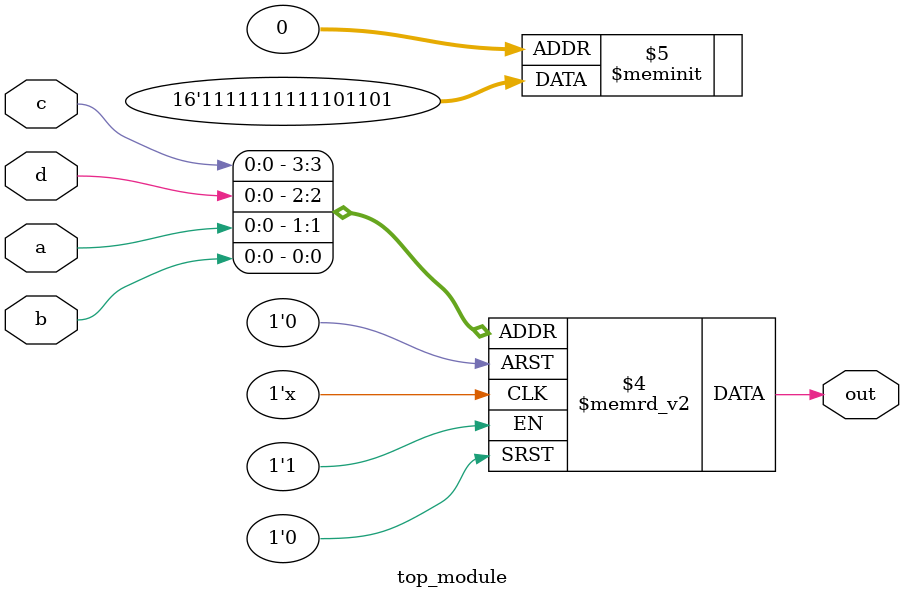
<source format=sv>
module top_module (
  input a,
  input b,
  input c,
  input d,
  output reg out
);
  
  always @* begin
    case({c, d, a, b})
      4'b0000: out = 1'b1;
      4'b0001: out = 1'b0;
      4'b0010: out = 1'b1;
      4'b0011: out = 1'b1;
      4'b0100: out = 1'b0;
      4'b0101: out = 1'b1;
      4'b0110: out = 1'b1;
      4'b0111: out = 1'b1;
      4'b1000: out = 1'b1;
      4'b1001: out = 1'b1;
      4'b1010: out = 1'b1;
      4'b1011: out = 1'b1;
      4'b1100: out = 1'b1;
      4'b1101: out = 1'b1;
      4'b1110: out = 1'b1;
      4'b1111: out = 1'b1;
    endcase
  end

endmodule

</source>
